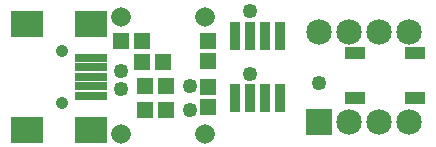
<source format=gts>
G04 MADE WITH FRITZING*
G04 WWW.FRITZING.ORG*
G04 DOUBLE SIDED*
G04 HOLES PLATED*
G04 CONTOUR ON CENTER OF CONTOUR VECTOR*
%ASAXBY*%
%FSLAX23Y23*%
%MOIN*%
%OFA0B0*%
%SFA1.0B1.0*%
%ADD10C,0.049370*%
%ADD11C,0.085000*%
%ADD12C,0.065433*%
%ADD13C,0.041496*%
%ADD14C,0.041000*%
%ADD15R,0.053307X0.057244*%
%ADD16R,0.070000X0.040000*%
%ADD17R,0.085000X0.085000*%
%ADD18R,0.057244X0.053307*%
%ADD19R,0.108425X0.029685*%
%ADD20R,0.108425X0.088740*%
%ADD21R,0.034000X0.097000*%
%LNMASK1*%
G90*
G70*
G54D10*
X614Y211D03*
X814Y251D03*
X814Y461D03*
X1044Y221D03*
X614Y131D03*
X384Y261D03*
X384Y201D03*
G54D11*
X1044Y91D03*
X1044Y391D03*
X1144Y91D03*
X1144Y391D03*
X1244Y91D03*
X1244Y391D03*
X1344Y91D03*
X1344Y391D03*
G54D12*
X384Y51D03*
X664Y51D03*
X384Y51D03*
X664Y51D03*
X384Y441D03*
X664Y441D03*
X384Y441D03*
X664Y441D03*
G54D13*
X186Y327D03*
G54D14*
X186Y154D03*
G54D13*
X186Y327D03*
G54D14*
X186Y154D03*
G54D15*
X674Y361D03*
X674Y294D03*
G54D16*
X1164Y321D03*
X1364Y321D03*
X1164Y171D03*
X1364Y171D03*
G54D17*
X1044Y91D03*
G54D15*
X674Y141D03*
X674Y208D03*
G54D18*
X464Y131D03*
X531Y131D03*
X464Y211D03*
X531Y211D03*
X454Y291D03*
X521Y291D03*
X384Y361D03*
X451Y361D03*
G54D19*
X284Y241D03*
X284Y272D03*
X284Y178D03*
X284Y209D03*
G54D20*
X68Y64D03*
X68Y418D03*
X284Y64D03*
X284Y418D03*
G54D19*
X284Y304D03*
G54D21*
X764Y171D03*
X814Y171D03*
X864Y171D03*
X914Y171D03*
X914Y377D03*
X864Y377D03*
X814Y377D03*
X764Y377D03*
G04 End of Mask1*
M02*
</source>
